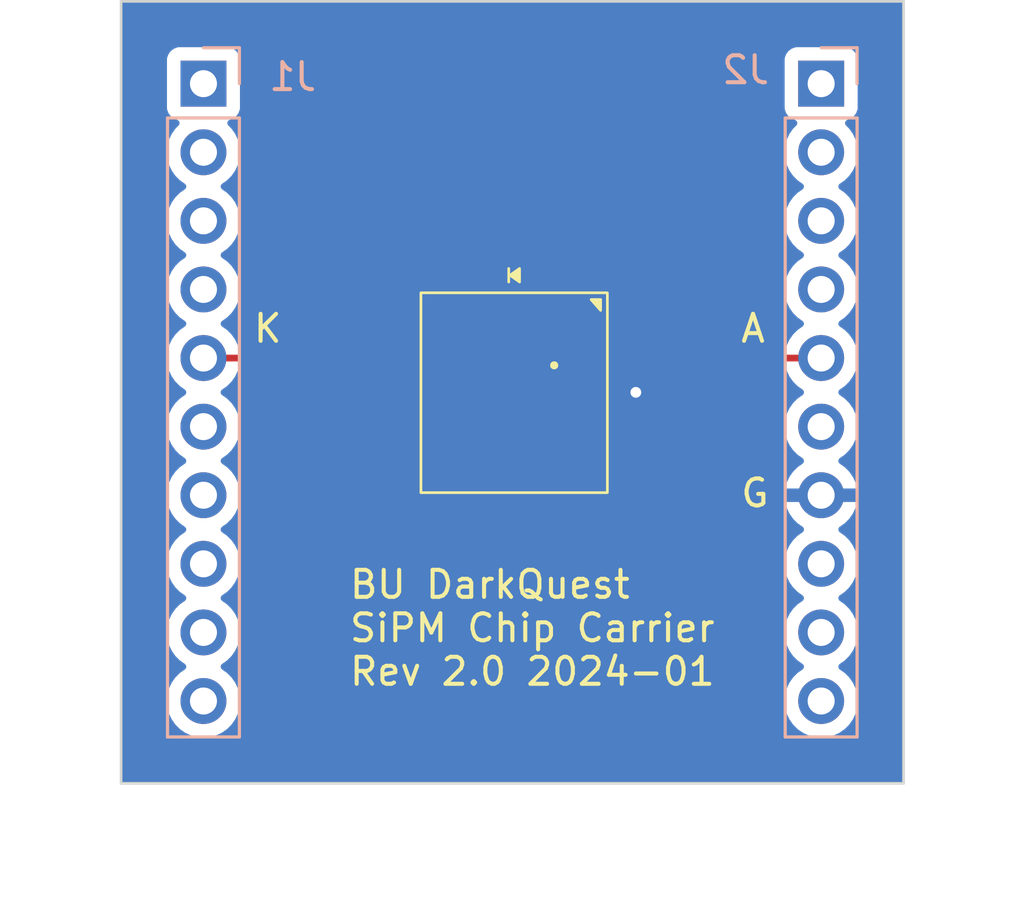
<source format=kicad_pcb>
(kicad_pcb (version 20221018) (generator pcbnew)
  (title_block (title "Chip Carrier for Hamamatsu S14160-6010PS") (date "2024-01-03") (rev "2.0") (company "BU DarkQuest EMCal Test Stand"))
  (layers (0 "F.Cu" signal) (31 "B.Cu" signal) (34 "B.Paste" user) (35 "F.Paste" user) (36 "B.SilkS" user "B.Silkscreen") (37 "F.SilkS" user "F.Silkscreen") (38 "B.Mask" user) (39 "F.Mask" user) (44 "Edge.Cuts" user))
  (net 0 "")
  (net 1 "Net-(D1-K)")
  (net 2 "Net-(D1-A)")
  (net 17 "Net-(D1-G)")
  (footprint "Diode_SMD:S14160_6010PS" (layer "F.Cu") (at 50.106 50.052 180)
    (fp_text reference "D1" hide)
    (fp_text value "~")
    (fp_rect (start 0 1.75) (end 0 1.75) (stroke (width 0.1)) (fill none) (layer "F.Cu"))
    (fp_line (start 0.2 4.1) (end 0.2 4.6) (stroke (width 0.1)) (layer "F.SilkS"))
    (fp_rect (start -3.45 -3.7) (end 3.45 3.7) (stroke (width 0.1)) (fill none) (layer "F.SilkS"))
    (fp_poly (pts (xy -3.2 3.05) (xy -3.2 3.45) (xy -2.85 3.45)) (stroke (width 0.1)) (fill solid) (layer "F.SilkS"))
    (fp_poly (pts (xy -0.2 4.1) (xy -0.2 4.6) (xy 0.15 4.35)) (stroke (width 0.1)) (fill solid) (layer "F.SilkS"))
    (pad "1" smd circle (at 2.1 -2.3 180) (size 1 1) (layers "F.Cu" "F.Paste" "F.Mask"))
    (pad "2" smd circle (at -2.1 -2.3 180) (size 1 1) (layers "F.Cu" "F.Paste" "F.Mask"))
    (pad "3" smd circle (at -2.1 2.3 180) (size 1 1) (layers "F.Cu" "F.Paste" "F.Mask") (net 2 "Net-(D1-A)"))
    (pad "4" smd circle (at 2.1 2.3 180) (size 1 1) (layers "F.Cu" "F.Paste" "F.Mask") (net 1 "Net-(D1-K)"))
    (pad "5" smd rect (at 0 0 225) (size 3.5 3.5) (layers "F.Cu" "F.Paste" "F.Mask") (net 17 "Net-(D1-G)"))
  )
  (footprint "Connector_PinHeader_2.54mm:PinHeader_1x10_P2.54mm_Vertical" (layer "B.Cu") (at 61.468 38.608 180)
    (fp_text reference "J2" (at 2.794 0.508) (layer "B.SilkS") (effects (justify mirror)))
    (fp_text value "Conn_01x10_Socket")
    (fp_line (start -1.33 -24.19) (end 1.33 -24.19) (stroke (width 0.12)) (layer "B.SilkS"))
    (fp_line (start -1.33 -1.27) (end -1.33 -24.19) (stroke (width 0.12)) (layer "B.SilkS"))
    (fp_line (start -1.33 -1.27) (end 1.33 -1.27) (stroke (width 0.12)) (layer "B.SilkS"))
    (fp_line (start -1.33 0) (end -1.33 1.33) (stroke (width 0.12)) (layer "B.SilkS"))
    (fp_line (start -1.33 1.33) (end 0 1.33) (stroke (width 0.12)) (layer "B.SilkS"))
    (fp_line (start 1.33 -1.27) (end 1.33 -24.19) (stroke (width 0.12)) (layer "B.SilkS"))
    (pad "1" thru_hole rect (at 0 0 180) (size 1.7 1.7) (drill 1) (layers "*.Cu" "*.Mask"))
    (pad "2" thru_hole oval (at 0 -2.54 180) (size 1.7 1.7) (drill 1) (layers "*.Cu" "*.Mask"))
    (pad "3" thru_hole oval (at 0 -5.08 180) (size 1.7 1.7) (drill 1) (layers "*.Cu" "*.Mask"))
    (pad "4" thru_hole oval (at 0 -7.62 180) (size 1.7 1.7) (drill 1) (layers "*.Cu" "*.Mask"))
    (pad "5" thru_hole oval (at 0 -10.16 180) (size 1.7 1.7) (drill 1) (layers "*.Cu" "*.Mask") (net 2 "Net-(D1-A)"))
    (pad "6" thru_hole oval (at 0 -12.7 180) (size 1.7 1.7) (drill 1) (layers "*.Cu" "*.Mask"))
    (pad "7" thru_hole oval (at 0 -15.24 180) (size 1.7 1.7) (drill 1) (layers "*.Cu" "*.Mask") (net 17 "Net-(D1-G)"))
    (pad "8" thru_hole oval (at 0 -17.78 180) (size 1.7 1.7) (drill 1) (layers "*.Cu" "*.Mask"))
    (pad "9" thru_hole oval (at 0 -20.32 180) (size 1.7 1.7) (drill 1) (layers "*.Cu" "*.Mask"))
    (pad "10" thru_hole oval (at 0 -22.86 180) (size 1.7 1.7) (drill 1) (layers "*.Cu" "*.Mask"))
  )
  (footprint "Connector_PinHeader_2.54mm:PinHeader_1x10_P2.54mm_Vertical" (layer "B.Cu") (at 38.608 38.608 180)
    (fp_text reference "J1" (at -3.302 0.254) (layer "B.SilkS") (effects (justify mirror)))
    (fp_text value "Conn_01x10_Socket")
    (fp_line (start -1.33 -24.19) (end 1.33 -24.19) (stroke (width 0.12)) (layer "B.SilkS"))
    (fp_line (start -1.33 -1.27) (end -1.33 -24.19) (stroke (width 0.12)) (layer "B.SilkS"))
    (fp_line (start -1.33 -1.27) (end 1.33 -1.27) (stroke (width 0.12)) (layer "B.SilkS"))
    (fp_line (start -1.33 0) (end -1.33 1.33) (stroke (width 0.12)) (layer "B.SilkS"))
    (fp_line (start -1.33 1.33) (end 0 1.33) (stroke (width 0.12)) (layer "B.SilkS"))
    (fp_line (start 1.33 -1.27) (end 1.33 -24.19) (stroke (width 0.12)) (layer "B.SilkS"))
    (pad "1" thru_hole rect (at 0 0 180) (size 1.7 1.7) (drill 1) (layers "*.Cu" "*.Mask"))
    (pad "2" thru_hole oval (at 0 -2.54 180) (size 1.7 1.7) (drill 1) (layers "*.Cu" "*.Mask"))
    (pad "3" thru_hole oval (at 0 -5.08 180) (size 1.7 1.7) (drill 1) (layers "*.Cu" "*.Mask"))
    (pad "4" thru_hole oval (at 0 -7.62 180) (size 1.7 1.7) (drill 1) (layers "*.Cu" "*.Mask"))
    (pad "5" thru_hole oval (at 0 -10.16 180) (size 1.7 1.7) (drill 1) (layers "*.Cu" "*.Mask") (net 1 "Net-(D1-K)"))
    (pad "6" thru_hole oval (at 0 -12.7 180) (size 1.7 1.7) (drill 1) (layers "*.Cu" "*.Mask"))
    (pad "7" thru_hole oval (at 0 -15.24 180) (size 1.7 1.7) (drill 1) (layers "*.Cu" "*.Mask"))
    (pad "8" thru_hole oval (at 0 -17.78 180) (size 1.7 1.7) (drill 1) (layers "*.Cu" "*.Mask"))
    (pad "9" thru_hole oval (at 0 -20.32 180) (size 1.7 1.7) (drill 1) (layers "*.Cu" "*.Mask"))
    (pad "10" thru_hole oval (at 0 -22.86 180) (size 1.7 1.7) (drill 1) (layers "*.Cu" "*.Mask"))
  )
  (gr_circle (center 51.588 49.038) (end 51.588 49.038) (stroke (width 0.15)) (fill none) (layer "F.SilkS"))
  (gr_line (start 64.516 64.516) (end 35.56 64.516) (stroke (width 0.1)) (layer "Edge.Cuts"))
  (gr_line (start 35.56 64.516) (end 35.56 35.56) (stroke (width 0.1)) (layer "Edge.Cuts"))
  (gr_line (start 35.56 35.56) (end 64.516 35.56) (stroke (width 0.1)) (layer "Edge.Cuts"))
  (gr_line (start 64.516 35.56) (end 64.516 64.516) (stroke (width 0.1)) (layer "Edge.Cuts"))
  (gr_text "A" (at 58.42 48.26) (layer "F.SilkS") (effects (font (size 1 1)) (justify left bottom)))
  (gr_text "G" (at 58.42 54.356) (layer "F.SilkS") (effects (font (size 1 1)) (justify left bottom)))
  (gr_text "K" (at 40.386 48.26) (layer "F.SilkS") (effects (font (size 1 1)) (justify left bottom)))
  (gr_text "BU DarkQuest\nSiPM Chip Carrier\nRev 2.0 2024-01" (at 43.942 60.96) (layer "F.SilkS") (effects (font (size 1 1)) (justify left bottom)))
  (segment (start 46.832 48.768) (end 47.9 47.7) (width 0.25) (layer "F.Cu") (net 1))
  (segment (start 38.608 48.768) (end 46.832 48.768) (width 0.25) (layer "F.Cu") (net 1))
  (segment (start 53.168 48.768) (end 52.1 47.7) (width 0.25) (layer "F.Cu") (net 2))
  (segment (start 61.468 48.768) (end 53.168 48.768) (width 0.25) (layer "F.Cu") (net 2))
  (segment (start 54.596 50.052) (end 54.61 50.038) (width 0.25) (layer "F.Cu") (net 17))
  (segment (start 50.106 50.052) (end 54.596 50.052) (width 0.25) (layer "F.Cu") (net 17))
  (via (at 54.61 50.038) (size 0.8) (drill 0.4) (layers "F.Cu" "B.Cu") (net 17))
  (zone (net 17) (net_name "Net-(D1-G)") (layer "B.Cu") (connect_pads (clearance 0.5)) (min_thickness 0.25) (fill yes (thermal_gap 0.5) (thermal_bridge_width 0.5) (island_removal_mode 1) (island_area_min 10))
    (polygon (pts (xy 35.56 35.56) (xy 35.56 64.516) (xy 64.516 64.516) (xy 64.516 35.56)))
  )
)
</source>
